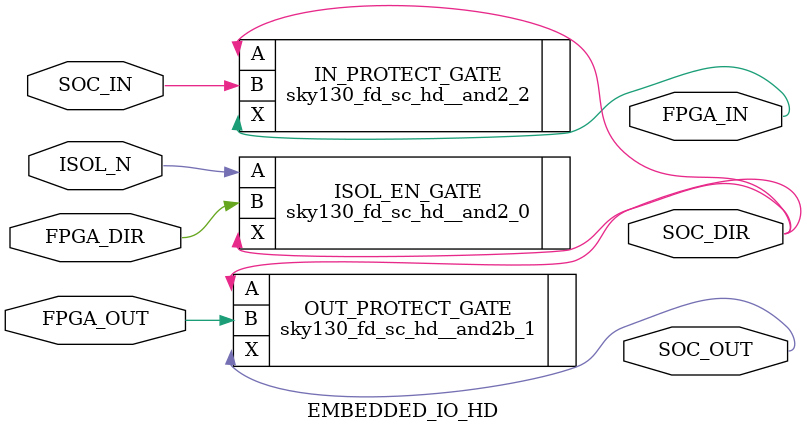
<source format=v>
`timescale 1ns/1ps

module EMBEDDED_IO_HD (
  input SOC_IN,   // Input to drive the inpad signal
  output SOC_OUT, // Output the outpad signal
  output SOC_DIR, // Output the directionality
  output FPGA_IN, // Input data to FPGA
  input FPGA_OUT, // Output data from FPGA
  input FPGA_DIR, // direction control 
  input ISOL_N    // Isolation enable signal
);

  sky130_fd_sc_hd__and2_0 ISOL_EN_GATE (.A(ISOL_N),
                                        .B(FPGA_DIR),
                                        .X(SOC_DIR)
                                       );
  
  // Use drive-strength 2 for a high fan-out from global routing architecture
  sky130_fd_sc_hd__and2_2 IN_PROTECT_GATE (.A(SOC_DIR),
                                           .B(SOC_IN),
                                           .X(FPGA_IN)
                                          );

  // Use drive-strength 1 for a potential high fan-out from SoC components
  sky130_fd_sc_hd__and2b_1 OUT_PROTECT_GATE (.A(SOC_DIR),
                                             .B(FPGA_OUT),
                                             .X(SOC_OUT)
                                            );

endmodule


</source>
